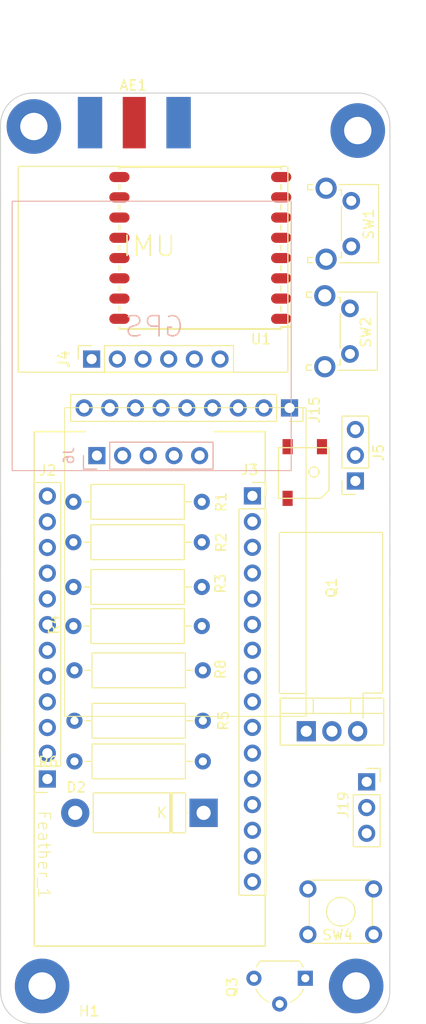
<source format=kicad_pcb>
(kicad_pcb (version 20211014) (generator pcbnew)
  (layers (0 "F.Cu" signal) (31 "B.Cu" signal) (34 "B.Paste" user) (35 "F.Paste" user) (36 "B.SilkS" user "B.Silkscreen") (37 "F.SilkS" user "F.Silkscreen") (38 "B.Mask" user) (39 "F.Mask" user) (44 "Edge.Cuts" user))
  (net 0 "")
  (net 1 "+3V3")
  (net 2 "GND")
  (net 3 "SDA")
  (net 4 "SCL")
  (net 5 "TX_D1")
  (net 6 "RX_D0")
  (net 7 "MISO")
  (net 8 "MOSI")
  (net 9 "SCK")
  (net 10 "A5")
  (net 11 "A4")
  (net 12 "A3")
  (net 13 "A2")
  (net 14 "A1")
  (net 15 "A0")
  (net 16 "AREF")
  (net 17 "~{RESET}")
  (net 18 "VBAT")
  (net 19 "VBUS")
  (net 20 "D13")
  (net 21 "D12")
  (net 22 "D11")
  (net 23 "D10")
  (net 24 "D9")
  (net 25 "EN")
  (net 26 "D5")
  (net 27 "D6")
  (net 28 "DW")
  (net 29 "POWER_1")
  (net 30 "Net-(J19-Pad2)")
  (net 31 "Net-(D2-Pad2)")
  (net 32 "Net-(Q3-Pad2)")
  (net 33 "VBAT_EXT")
  (net 35 "EMD")
  (net 36 "DISP")
  (net 37 "EIN")
  (footprint "MountingHole:MountingHole_2.7mm_M2.5_Pad" (layer "F.Cu") (at 44.6532 45.6946)
    (fp_text reference "H6" hide)
    (fp_text value "MountingHole_Pad")
    (pad "1" thru_hole circle locked (at 0 0) (size 5.4 5.4) (drill 2.7) (layers *.Cu *.Mask) (net 4 "SCL"))
  )
  (footprint "Button_Switch_THT:SW_TH_Tactile_Omron_B3F-10xx" (layer "F.Cu") (at 78.2574 125.476 180)
    (fp_text reference "SW4" (at 3.55 -0.044) (layer "F.SilkS"))
    (fp_text value "SW_Push_Dual")
    (fp_line (start 0.28 -0.87) (end 6.22 -0.87) (layer "F.SilkS") (width 0.12))
    (fp_line (start 0.13 3.59) (end 0.13 0.91) (layer "F.SilkS") (width 0.12))
    (fp_line (start 6.37 0.91) (end 6.37 3.59) (layer "F.SilkS") (width 0.12))
    (fp_line (start 0.28 5.37) (end 6.22 5.37) (layer "F.SilkS") (width 0.12))
    (fp_circle (center 3.25 2.25) (end 4.25 3.25) (layer "F.SilkS") (width 0.12) (fill none))
    (pad "1" thru_hole circle locked (at 0 0 180) (size 1.7 1.7) (drill 1) (layers *.Cu *.Mask) (net 17 "~{RESET}"))
    (pad "2" thru_hole circle locked (at 6.5 0 180) (size 1.7 1.7) (drill 1) (layers *.Cu *.Mask) (net 17 "~{RESET}"))
    (pad "3" thru_hole circle locked (at 0 4.5 180) (size 1.7 1.7) (drill 1) (layers *.Cu *.Mask) (net 2 "GND"))
    (pad "4" thru_hole circle locked (at 6.5 4.5 180) (size 1.7 1.7) (drill 1) (layers *.Cu *.Mask) (net 2 "GND"))
  )
  (footprint "Connector_PinSocket_2.54mm:PinSocket_1x12_P2.54mm_Vertical" (layer "F.Cu") (at 45.9846 110.119 180)
    (fp_text reference "J2" (at -0.027 30.463) (layer "F.SilkS"))
    (fp_text value "Conn_01x12_Female" hide)
    (fp_line (start 1.33 1.27) (end 1.33 29.27) (layer "F.SilkS") (width 0.12))
    (fp_line (start -1.33 29.27) (end 1.33 29.27) (layer "F.SilkS") (width 0.12))
    (fp_line (start 1.33 -1.33) (end 1.33 0) (layer "F.SilkS") (width 0.12))
    (fp_line (start 0 -1.33) (end 1.33 -1.33) (layer "F.SilkS") (width 0.12))
    (fp_line (start -1.33 1.27) (end 1.33 1.27) (layer "F.SilkS") (width 0.12))
    (fp_line (start -1.33 1.27) (end -1.33 29.27) (layer "F.SilkS") (width 0.12))
    (pad "1" thru_hole rect locked (at 0 0 180) (size 1.7 1.7) (drill 1) (layers *.Cu *.Mask) (net 18 "VBAT"))
    (pad "2" thru_hole oval locked (at 0 2.54 180) (size 1.7 1.7) (drill 1) (layers *.Cu *.Mask) (net 25 "EN"))
    (pad "3" thru_hole oval locked (at 0 5.08 180) (size 1.7 1.7) (drill 1) (layers *.Cu *.Mask) (net 19 "VBUS"))
    (pad "4" thru_hole oval locked (at 0 7.62 180) (size 1.7 1.7) (drill 1) (layers *.Cu *.Mask) (net 20 "D13"))
    (pad "5" thru_hole oval locked (at 0 10.16 180) (size 1.7 1.7) (drill 1) (layers *.Cu *.Mask) (net 21 "D12"))
    (pad "6" thru_hole oval locked (at 0 12.7 180) (size 1.7 1.7) (drill 1) (layers *.Cu *.Mask) (net 22 "D11"))
    (pad "7" thru_hole oval locked (at 0 15.24 180) (size 1.7 1.7) (drill 1) (layers *.Cu *.Mask) (net 23 "D10"))
    (pad "8" thru_hole oval locked (at 0 17.78 180) (size 1.7 1.7) (drill 1) (layers *.Cu *.Mask) (net 24 "D9"))
    (pad "9" thru_hole oval locked (at 0 20.32 180) (size 1.7 1.7) (drill 1) (layers *.Cu *.Mask) (net 27 "D6"))
    (pad "10" thru_hole oval locked (at 0 22.86 180) (size 1.7 1.7) (drill 1) (layers *.Cu *.Mask) (net 26 "D5"))
    (pad "11" thru_hole oval locked (at 0 25.4 180) (size 1.7 1.7) (drill 1) (layers *.Cu *.Mask) (net 4 "SCL"))
    (pad "12" thru_hole oval locked (at 0 27.94 180) (size 1.7 1.7) (drill 1) (layers *.Cu *.Mask) (net 3 "SDA"))
  )
  (footprint "Connector_PinSocket_2.54mm:PinSocket_1x16_P2.54mm_Vertical" (layer "F.Cu") (at 66.2686 82.169)
    (fp_text reference "J3" (at -0.287 -2.573) (layer "F.SilkS"))
    (fp_text value "Conn_01x16_Female" hide)
    (fp_line (start -1.33 39.43) (end 1.33 39.43) (layer "F.SilkS") (width 0.12))
    (fp_line (start -1.33 1.27) (end 1.33 1.27) (layer "F.SilkS") (width 0.12))
    (fp_line (start 1.33 1.27) (end 1.33 39.43) (layer "F.SilkS") (width 0.12))
    (fp_line (start 0 -1.33) (end 1.33 -1.33) (layer "F.SilkS") (width 0.12))
    (fp_line (start -1.33 1.27) (end -1.33 39.43) (layer "F.SilkS") (width 0.12))
    (fp_line (start 1.33 -1.33) (end 1.33 0) (layer "F.SilkS") (width 0.12))
    (pad "1" thru_hole rect locked (at 0 0) (size 1.7 1.7) (drill 1) (layers *.Cu *.Mask) (net 28 "DW"))
    (pad "2" thru_hole oval locked (at 0 2.54) (size 1.7 1.7) (drill 1) (layers *.Cu *.Mask) (net 5 "TX_D1"))
    (pad "3" thru_hole oval locked (at 0 5.08) (size 1.7 1.7) (drill 1) (layers *.Cu *.Mask) (net 6 "RX_D0"))
    (pad "4" thru_hole oval locked (at 0 7.62) (size 1.7 1.7) (drill 1) (layers *.Cu *.Mask) (net 7 "MISO"))
    (pad "5" thru_hole oval locked (at 0 10.16) (size 1.7 1.7) (drill 1) (layers *.Cu *.Mask) (net 8 "MOSI"))
    (pad "6" thru_hole oval locked (at 0 12.7) (size 1.7 1.7) (drill 1) (layers *.Cu *.Mask) (net 9 "SCK"))
    (pad "7" thru_hole oval locked (at 0 15.24) (size 1.7 1.7) (drill 1) (layers *.Cu *.Mask) (net 10 "A5"))
    (pad "8" thru_hole oval locked (at 0 17.78) (size 1.7 1.7) (drill 1) (layers *.Cu *.Mask) (net 11 "A4"))
    (pad "9" thru_hole oval locked (at 0 20.32) (size 1.7 1.7) (drill 1) (layers *.Cu *.Mask) (net 12 "A3"))
    (pad "10" thru_hole oval locked (at 0 22.86) (size 1.7 1.7) (drill 1) (layers *.Cu *.Mask) (net 13 "A2"))
    (pad "11" thru_hole oval locked (at 0 25.4) (size 1.7 1.7) (drill 1) (layers *.Cu *.Mask) (net 14 "A1"))
    (pad "12" thru_hole oval locked (at 0 27.94) (size 1.7 1.7) (drill 1) (layers *.Cu *.Mask) (net 15 "A0"))
    (pad "13" thru_hole oval locked (at 0 30.48) (size 1.7 1.7) (drill 1) (layers *.Cu *.Mask) (net 2 "GND"))
    (pad "14" thru_hole oval locked (at 0 33.02) (size 1.7 1.7) (drill 1) (layers *.Cu *.Mask) (net 16 "AREF"))
    (pad "15" thru_hole oval locked (at 0 35.56) (size 1.7 1.7) (drill 1) (layers *.Cu *.Mask) (net 1 "+3V3"))
    (pad "16" thru_hole oval locked (at 0 38.1) (size 1.7 1.7) (drill 1) (layers *.Cu *.Mask) (net 17 "~{RESET}"))
  )
  (footprint "MountingHole:MountingHole_2.7mm_M2.5_Pad" (layer "F.Cu") (at 76.5302 130.556)
    (fp_text reference "H2" hide)
    (fp_text value "MountingHole_Pad" hide)
    (pad "1" thru_hole circle locked (at 0 0) (size 5.4 5.4) (drill 2.7) (layers *.Cu *.Mask) (net 1 "+3V3"))
  )
  (footprint "Connector_PinSocket_2.54mm:PinSocket_1x03_P2.54mm_Vertical" (layer "F.Cu") (at 77.5712 110.4034)
    (fp_text reference "J19" (at -2.33 2.28 90) (layer "F.SilkS"))
    (fp_text value "Conn_01x03_Female")
    (fp_line (start -1.33 6.41) (end 1.33 6.41) (layer "F.SilkS") (width 0.12))
    (fp_line (start -1.33 1.27) (end 1.33 1.27) (layer "F.SilkS") (width 0.12))
    (fp_line (start 1.33 -1.33) (end 1.33 0) (layer "F.SilkS") (width 0.12))
    (fp_line (start -1.33 1.27) (end -1.33 6.41) (layer "F.SilkS") (width 0.12))
    (fp_line (start 1.33 1.27) (end 1.33 6.41) (layer "F.SilkS") (width 0.12))
    (fp_line (start 0 -1.33) (end 1.33 -1.33) (layer "F.SilkS") (width 0.12))
    (pad "1" thru_hole rect locked (at 0 0) (size 1.7 1.7) (drill 1) (layers *.Cu *.Mask))
    (pad "2" thru_hole oval locked (at 0 2.54) (size 1.7 1.7) (drill 1) (layers *.Cu *.Mask) (net 30 "Net-(J19-Pad2)"))
    (pad "3" thru_hole oval locked (at 0 5.08) (size 1.7 1.7) (drill 1) (layers *.Cu *.Mask) (net 12 "A3"))
  )
  (footprint "Button_Switch_THT:SW_Tactile_SPST_Angled_PTS645Vx58-2LFS" (layer "F.Cu") (at 76.0476 53.0352 -90)
    (fp_text reference "SW1" (at 2.3 -1.72 90) (layer "F.SilkS"))
    (fp_text value "SW_Push")
    (fp_line (start 6.11 -2.7) (end 6.11 1.2) (layer "F.SilkS") (width 0.12))
    (fp_line (start -1.09 3.8) (end -1.09 4.31) (layer "F.SilkS") (width 0.12))
    (fp_line (start 5.59 3.8) (end 5.59 4.31) (layer "F.SilkS") (width 0.12))
    (fp_line (start -1.61 -2.7) (end 6.11 -2.7) (layer "F.SilkS") (width 0.12))
    (fp_line (start 6.11 3.8) (end 6.11 4.31) (layer "F.SilkS") (width 0.12))
    (fp_line (start -1.61 4.31) (end -1.09 4.31) (layer "F.SilkS") (width 0.12))
    (fp_line (start -1.09 0.97) (end -0.55 0.97) (layer "F.SilkS") (width 0.12))
    (fp_line (start 5.05 0.97) (end 5.59 0.97) (layer "F.SilkS") (width 0.12))
    (fp_line (start 0.55 0.97) (end 3.95 0.97) (layer "F.SilkS") (width 0.12))
    (fp_line (start -1.61 3.8) (end -1.61 4.31) (layer "F.SilkS") (width 0.12))
    (fp_line (start 5.59 0.97) (end 5.59 1.2) (layer "F.SilkS") (width 0.12))
    (fp_line (start 5.59 4.31) (end 6.11 4.31) (layer "F.SilkS") (width 0.12))
    (fp_line (start -1.09 0.97) (end -1.09 1.2) (layer "F.SilkS") (width 0.12))
    (fp_line (start -1.61 -2.7) (end -1.61 1.2) (layer "F.SilkS") (width 0.12))
    (pad "" thru_hole circle locked (at -1.25 2.49 270) (size 2.1 2.1) (drill 1.3) (layers *.Cu *.Mask))
    (pad "" thru_hole circle locked (at 5.76 2.49 270) (size 2.1 2.1) (drill 1.3) (layers *.Cu *.Mask))
    (pad "1" thru_hole circle locked (at 0 0 270) (size 1.75 1.75) (drill 0.99) (layers *.Cu *.Mask) (net 11 "A4"))
    (pad "2" thru_hole circle locked (at 4.5 0 270) (size 1.75 1.75) (drill 0.99) (layers *.Cu *.Mask) (net 2 "GND"))
  )
  (footprint "Connector_PinSocket_2.54mm:PinSocket_1x03_P2.54mm_Vertical" (layer "F.Cu") (at 76.454 80.6958 180)
    (fp_text reference "J5" (at -2.286 2.794 90) (layer "F.SilkS"))
    (fp_text value "Conn_01x03_Female")
    (fp_line (start -1.33 1.27) (end 1.33 1.27) (layer "F.SilkS") (width 0.12))
    (fp_line (start 0 -1.33) (end 1.33 -1.33) (layer "F.SilkS") (width 0.12))
    (fp_line (start 1.33 1.27) (end 1.33 6.41) (layer "F.SilkS") (width 0.12))
    (fp_line (start 1.33 -1.33) (end 1.33 0) (layer "F.SilkS") (width 0.12))
    (fp_line (start -1.33 1.27) (end -1.33 6.41) (layer "F.SilkS") (width 0.12))
    (fp_line (start -1.33 6.41) (end 1.33 6.41) (layer "F.SilkS") (width 0.12))
    (pad "1" thru_hole rect locked (at 0 0 180) (size 1.7 1.7) (drill 1) (layers *.Cu *.Mask) (net 2 "GND"))
    (pad "2" thru_hole oval locked (at 0 2.54 180) (size 1.7 1.7) (drill 1) (layers *.Cu *.Mask) (net 18 "VBAT"))
    (pad "3" thru_hole oval locked (at 0 5.08 180) (size 1.7 1.7) (drill 1) (layers *.Cu *.Mask) (net 33 "VBAT_EXT"))
  )
  (footprint "Button_Switch_THT:SW_Tactile_SPST_Angled_PTS645Vx58-2LFS" (layer "F.Cu") (at 75.9206 63.6524 -90)
    (fp_text reference "SW2" (at 2.36 -1.57 90) (layer "F.SilkS"))
    (fp_text value "SW_Push")
    (fp_line (start -1.61 -2.7) (end 6.11 -2.7) (layer "F.SilkS") (width 0.12))
    (fp_line (start 5.05 0.97) (end 5.59 0.97) (layer "F.SilkS") (width 0.12))
    (fp_line (start -1.61 -2.7) (end -1.61 1.2) (layer "F.SilkS") (width 0.12))
    (fp_line (start 5.59 0.97) (end 5.59 1.2) (layer "F.SilkS") (width 0.12))
    (fp_line (start 6.11 3.8) (end 6.11 4.31) (layer "F.SilkS") (width 0.12))
    (fp_line (start -1.61 4.31) (end -1.09 4.31) (layer "F.SilkS") (width 0.12))
    (fp_line (start -1.61 3.8) (end -1.61 4.31) (layer "F.SilkS") (width 0.12))
    (fp_line (start -1.09 3.8) (end -1.09 4.31) (layer "F.SilkS") (width 0.12))
    (fp_line (start 5.59 4.31) (end 6.11 4.31) (layer "F.SilkS") (width 0.12))
    (fp_line (start -1.09 0.97) (end -1.09 1.2) (layer "F.SilkS") (width 0.12))
    (fp_line (start 0.55 0.97) (end 3.95 0.97) (layer "F.SilkS") (width 0.12))
    (fp_line (start 6.11 -2.7) (end 6.11 1.2) (layer "F.SilkS") (width 0.12))
    (fp_line (start -1.09 0.97) (end -0.55 0.97) (layer "F.SilkS") (width 0.12))
    (fp_line (start 5.59 3.8) (end 5.59 4.31) (layer "F.SilkS") (width 0.12))
    (pad "" thru_hole circle locked (at 5.76 2.49 270) (size 2.1 2.1) (drill 1.3) (layers *.Cu *.Mask))
    (pad "" thru_hole circle locked (at -1.25 2.49 270) (size 2.1 2.1) (drill 1.3) (layers *.Cu *.Mask))
    (pad "1" thru_hole circle locked (at 0 0 270) (size 1.75 1.75) (drill 0.99) (layers *.Cu *.Mask) (net 10 "A5"))
    (pad "2" thru_hole circle locked (at 4.5 0 270) (size 1.75 1.75) (drill 0.99) (layers *.Cu *.Mask) (net 2 "GND"))
  )
  (footprint "Resistor_THT:R_Axial_DIN0309_L9.0mm_D3.2mm_P12.70mm_Horizontal" (layer "F.Cu") (at 61.3664 104.3686 180)
    (fp_text reference "R5" (at -2.032 0 90) (layer "F.SilkS"))
    (fp_text value "R")
    (fp_line (start 10.97 -1.72) (end 1.73 -1.72) (layer "F.SilkS") (width 0.12))
    (fp_line (start 1.73 -1.72) (end 1.73 1.72) (layer "F.SilkS") (width 0.12))
    (fp_line (start 1.04 0) (end 1.73 0) (layer "F.SilkS") (width 0.12))
    (fp_line (start 11.66 0) (end 10.97 0) (layer "F.SilkS") (width 0.12))
    (fp_line (start 1.73 1.72) (end 10.97 1.72) (layer "F.SilkS") (width 0.12))
    (fp_line (start 10.97 1.72) (end 10.97 -1.72) (layer "F.SilkS") (width 0.12))
    (pad "1" thru_hole circle locked (at 0 0 180) (size 1.6 1.6) (drill 0.8) (layers *.Cu *.Mask) (net 30 "Net-(J19-Pad2)"))
    (pad "2" thru_hole oval locked (at 12.7 0 180) (size 1.6 1.6) (drill 0.8) (layers *.Cu *.Mask) (net 2 "GND"))
  )
  (footprint "Package_TO_SOT_THT:TO-220-3_Vertical" (layer "F.Cu") (at 71.596 105.4046)
    (fp_text reference "Q1" (at 2.5 -14.16 90) (layer "F.SilkS"))
    (fp_text value "Q_NMOS_GDS")
    (fp_line (start -2.58 -3.27) (end 7.66 -3.27) (layer "F.SilkS") (width 0.12))
    (fp_line (start 4.391 -3.27) (end 4.391 -1.76) (layer "F.SilkS") (width 0.12))
    (fp_line (start -2.58 1.371) (end 7.66 1.371) (layer "F.SilkS") (width 0.12))
    (fp_line (start -2.58 -3.27) (end -2.58 1.371) (layer "F.SilkS") (width 0.12))
    (fp_line (start 0.69 -3.27) (end 0.69 -1.76) (layer "F.SilkS") (width 0.12))
    (fp_line (start -2.58 -1.76) (end 7.66 -1.76) (layer "F.SilkS") (width 0.12))
    (fp_line (start 7.66 -3.27) (end 7.66 1.371) (layer "F.SilkS") (width 0.12))
    (pad "1" thru_hole rect locked (at 0 0) (size 1.905 2) (drill 1.1) (layers *.Cu *.Mask) (net 24 "D9"))
    (pad "2" thru_hole oval locked (at 2.54 0) (size 1.905 2) (drill 1.1) (layers *.Cu *.Mask) (net 29 "POWER_1"))
    (pad "3" thru_hole oval locked (at 5.08 0) (size 1.905 2) (drill 1.1) (layers *.Cu *.Mask) (net 2 "GND"))
  )
  (footprint "MountingHole:MountingHole_2.7mm_M2.5_Pad" (layer "F.Cu") (at 76.5302 46.0756)
    (fp_text reference "H5" hide)
    (fp_text value "MountingHole_Pad")
    (pad "1" thru_hole circle locked (at 0.16 0.02) (size 5.4 5.4) (drill 2.7) (layers *.Cu *.Mask) (net 3 "SDA"))
  )
  (footprint "Resistor_THT:R_Axial_DIN0309_L9.0mm_D3.2mm_P12.70mm_Horizontal" (layer "F.Cu") (at 61.2648 82.7532 180)
    (fp_text reference "R1" (at -1.92 -0.03 90) (layer "F.SilkS"))
    (fp_text value "4.7K")
    (fp_line (start 1.04 0) (end 1.73 0) (layer "F.SilkS") (width 0.12))
    (fp_line (start 11.66 0) (end 10.97 0) (layer "F.SilkS") (width 0.12))
    (fp_line (start 10.97 -1.72) (end 1.73 -1.72) (layer "F.SilkS") (width 0.12))
    (fp_line (start 1.73 -1.72) (end 1.73 1.72) (layer "F.SilkS") (width 0.12))
    (fp_line (start 10.97 1.72) (end 10.97 -1.72) (layer "F.SilkS") (width 0.12))
    (fp_line (start 1.73 1.72) (end 10.97 1.72) (layer "F.SilkS") (width 0.12))
    (pad "1" thru_hole circle locked (at 0 0 180) (size 1.6 1.6) (drill 0.8) (layers *.Cu *.Mask) (net 1 "+3V3"))
    (pad "2" thru_hole oval locked (at 12.7 0 180) (size 1.6 1.6) (drill 0.8) (layers *.Cu *.Mask) (net 3 "SDA"))
  )
  (footprint "Resistor_THT:R_Axial_DIN0309_L9.0mm_D3.2mm_P12.70mm_Horizontal" (layer "F.Cu") (at 61.2648 86.741 180)
    (fp_text reference "R2" (at -1.92 -0.03 90) (layer "F.SilkS"))
    (fp_text value "4.7K")
    (fp_line (start 1.73 1.72) (end 10.97 1.72) (layer "F.SilkS") (width 0.12))
    (fp_line (start 11.66 0) (end 10.97 0) (layer "F.SilkS") (width 0.12))
    (fp_line (start 10.97 -1.72) (end 1.73 -1.72) (layer "F.SilkS") (width 0.12))
    (fp_line (start 10.97 1.72) (end 10.97 -1.72) (layer "F.SilkS") (width 0.12))
    (fp_line (start 1.73 -1.72) (end 1.73 1.72) (layer "F.SilkS") (width 0.12))
    (fp_line (start 1.04 0) (end 1.73 0) (layer "F.SilkS") (width 0.12))
    (pad "1" thru_hole circle locked (at 0 0 180) (size 1.6 1.6) (drill 0.8) (layers *.Cu *.Mask) (net 1 "+3V3"))
    (pad "2" thru_hole oval locked (at 12.7 0 180) (size 1.6 1.6) (drill 0.8) (layers *.Cu *.Mask) (net 4 "SCL"))
  )
  (footprint "Resistor_THT:R_Axial_DIN0309_L9.0mm_D3.2mm_P12.70mm_Horizontal" (layer "F.Cu") (at 48.5648 91.1606)
    (fp_text reference "R3" (at 14.5542 -0.3302 90) (layer "F.SilkS"))
    (fp_text value "4.7K")
    (fp_line (start 10.97 1.72) (end 10.97 -1.72) (layer "F.SilkS") (width 0.12))
    (fp_line (start 1.73 1.72) (end 10.97 1.72) (layer "F.SilkS") (width 0.12))
    (fp_line (start 11.66 0) (end 10.97 0) (layer "F.SilkS") (width 0.12))
    (fp_line (start 10.97 -1.72) (end 1.73 -1.72) (layer "F.SilkS") (width 0.12))
    (fp_line (start 1.04 0) (end 1.73 0) (layer "F.SilkS") (width 0.12))
    (fp_line (start 1.73 -1.72) (end 1.73 1.72) (layer "F.SilkS") (width 0.12))
    (pad "1" thru_hole circle locked (at 0 0) (size 1.6 1.6) (drill 0.8) (layers *.Cu *.Mask) (net 1 "+3V3"))
    (pad "2" thru_hole oval locked (at 12.7 0) (size 1.6 1.6) (drill 0.8) (layers *.Cu *.Mask) (net 10 "A5"))
  )
  (footprint "Resistor_THT:R_Axial_DIN0309_L9.0mm_D3.2mm_P12.70mm_Horizontal" (layer "F.Cu") (at 48.5648 95.0214)
    (fp_text reference "R4" (at -1.92 -0.13 90) (layer "F.SilkS"))
    (fp_text value "4.7K")
    (fp_line (start 1.04 0) (end 1.73 0) (layer "F.SilkS") (width 0.12))
    (fp_line (start 10.97 1.72) (end 10.97 -1.72) (layer "F.SilkS") (width 0.12))
    (fp_line (start 10.97 -1.72) (end 1.73 -1.72) (layer "F.SilkS") (width 0.12))
    (fp_line (start 1.73 -1.72) (end 1.73 1.72) (layer "F.SilkS") (width 0.12))
    (fp_line (start 1.73 1.72) (end 10.97 1.72) (layer "F.SilkS") (width 0.12))
    (fp_line (start 11.66 0) (end 10.97 0) (layer "F.SilkS") (width 0.12))
    (pad "1" thru_hole circle locked (at 0 0) (size 1.6 1.6) (drill 0.8) (layers *.Cu *.Mask) (net 1 "+3V3"))
    (pad "2" thru_hole oval locked (at 12.7 0) (size 1.6 1.6) (drill 0.8) (layers *.Cu *.Mask) (net 11 "A4"))
  )
  (footprint "Resistor_THT:R_Axial_DIN0309_L9.0mm_D3.2mm_P12.70mm_Horizontal" (layer "F.Cu") (at 48.6664 108.3818)
    (fp_text reference "R6" (at -2.58 0.05) (layer "F.SilkS"))
    (fp_text value "10K")
    (fp_line (start 1.04 0) (end 1.73 0) (layer "F.SilkS") (width 0.12))
    (fp_line (start 10.97 1.72) (end 10.97 -1.72) (layer "F.SilkS") (width 0.12))
    (fp_line (start 1.73 1.72) (end 10.97 1.72) (layer "F.SilkS") (width 0.12))
    (fp_line (start 1.73 -1.72) (end 1.73 1.72) (layer "F.SilkS") (width 0.12))
    (fp_line (start 10.97 -1.72) (end 1.73 -1.72) (layer "F.SilkS") (width 0.12))
    (fp_line (start 11.66 0) (end 10.97 0) (layer "F.SilkS") (width 0.12))
    (pad "1" thru_hole circle locked (at 0 0) (size 1.6 1.6) (drill 0.8) (layers *.Cu *.Mask) (net 24 "D9"))
    (pad "2" thru_hole oval locked (at 12.7 0) (size 1.6 1.6) (drill 0.8) (layers *.Cu *.Mask) (net 2 "GND"))
  )
  (footprint "Connector_PinSocket_2.54mm:PinSocket_1x09_P2.54mm_Vertical" (layer "F.Cu") (at 69.9402 73.4818 -90)
    (fp_text reference "J15" (at 0.195 -2.465 90) (layer "F.SilkS"))
    (fp_text value "Conn_01x09_Female" hide)
    (fp_line (start 1.33 -1.33) (end 1.33 0) (layer "F.SilkS") (width 0.12))
    (fp_line (start -1.33 21.65) (end 1.33 21.65) (layer "F.SilkS") (width 0.12))
    (fp_line (start -1.33 1.27) (end -1.33 21.65) (layer "F.SilkS") (width 0.12))
    (fp_line (start -1.33 1.27) (end 1.33 1.27) (layer "F.SilkS") (width 0.12))
    (fp_line (start 0 -1.33) (end 1.33 -1.33) (layer "F.SilkS") (width 0.12))
    (fp_line (start 1.33 1.27) (end 1.33 21.65) (layer "F.SilkS") (width 0.12))
    (pad "1" thru_hole rect locked (at 0 0 270) (size 1.7 1.7) (drill 1) (layers *.Cu *.Mask) (net 1 "+3V3"))
    (pad "2" thru_hole oval locked (at 0 2.54 270) (size 1.7 1.7) (drill 1) (layers *.Cu *.Mask))
    (pad "3" thru_hole oval locked (at 0 5.08 270) (size 1.7 1.7) (drill 1) (layers *.Cu *.Mask) (net 2 "GND"))
    (pad "4" thru_hole oval locked (at 0 7.62 270) (size 1.7 1.7) (drill 1) (layers *.Cu *.Mask) (net 9 "SCK"))
    (pad "5" thru_hole oval locked (at 0 10.16 270) (size 1.7 1.7) (drill 1) (layers *.Cu *.Mask) (net 8 "MOSI"))
    (pad "6" thru_hole oval locked (at 0 12.7 270) (size 1.7 1.7) (drill 1) (layers *.Cu *.Mask) (net 26 "D5"))
    (pad "7" thru_hole oval locked (at 0 15.24 270) (size 1.7 1.7) (drill 1) (layers *.Cu *.Mask) (net 35 "EMD"))
    (pad "8" thru_hole oval locked (at 0 17.78 270) (size 1.7 1.7) (drill 1) (layers *.Cu *.Mask) (net 36 "DISP"))
    (pad "9" thru_hole oval locked (at 0 20.32 270) (size 1.7 1.7) (drill 1) (layers *.Cu *.Mask) (net 37 "EIN"))
  )
  (footprint "Package_TO_SOT_THT:TO-92L_Wide" (layer "F.Cu") (at 71.501 129.794 180)
    (fp_text reference "Q3" (at 7.25 -0.89 90) (layer "F.SilkS"))
    (fp_text value "Q_NPN_EBC")
    (fp_line (start 0.6 1.7) (end 4.45 1.7) (layer "F.SilkS") (width 0.12))
    (fp_arc (start 0.192226 -1.094786) (mid 0.710119 -1.833613) (end 1.45 -2.35) (layer "F.SilkS") (width 0.12))
    (fp_arc (start 3.6 -2.35) (mid 4.351408 -1.834367) (end 4.876463 -1.089513) (layer "F.SilkS") (width 0.12))
    (fp_arc (start 0.6 1.7) (mid 0.389183 1.423933) (end 0.217369 1.122045) (layer "F.SilkS") (width 0.12))
    (fp_arc (start 4.842383 1.112264) (mid 4.666594 1.419753) (end 4.45 1.7) (layer "F.SilkS") (width 0.12))
    (pad "1" thru_hole rect locked (at 0 0 270) (size 1.5 1.5) (drill 0.8) (layers *.Cu *.Mask) (net 2 "GND"))
    (pad "2" thru_hole circle locked (at 2.54 -2.54 270) (size 1.5 1.5) (drill 0.8) (layers *.Cu *.Mask) (net 32 "Net-(Q3-Pad2)"))
    (pad "3" thru_hole circle locked (at 5.08 0 270) (size 1.5 1.5) (drill 0.8) (layers *.Cu *.Mask) (net 31 "Net-(D2-Pad2)"))
  )
  (footprint "Resistor_THT:R_Axial_DIN0309_L9.0mm_D3.2mm_P12.70mm_Horizontal" (layer "F.Cu") (at 48.6664 99.3902)
    (fp_text reference "R8" (at 14.4526 -0.1016 90) (layer "F.SilkS"))
    (fp_text value "R")
    (fp_line (start 11.66 0) (end 10.97 0) (layer "F.SilkS") (width 0.12))
    (fp_line (start 1.04 0) (end 1.73 0) (layer "F.SilkS") (width 0.12))
    (fp_line (start 10.97 -1.72) (end 1.73 -1.72) (layer "F.SilkS") (width 0.12))
    (fp_line (start 1.73 -1.72) (end 1.73 1.72) (layer "F.SilkS") (width 0.12))
    (fp_line (start 1.73 1.72) (end 10.97 1.72) (layer "F.SilkS") (width 0.12))
    (fp_line (start 10.97 1.72) (end 10.97 -1.72) (layer "F.SilkS") (width 0.12))
    (pad "1" thru_hole circle locked (at 0 0) (size 1.6 1.6) (drill 0.8) (layers *.Cu *.Mask) (net 32 "Net-(Q3-Pad2)"))
    (pad "2" thru_hole oval locked (at 12.7 0) (size 1.6 1.6) (drill 0.8) (layers *.Cu *.Mask) (net 15 "A0"))
  )
  (footprint "Diode_THT:D_5W_P12.70mm_Horizontal" (layer "F.Cu") (at 61.4426 113.4618 180)
    (fp_text reference "D2" (at 12.61 2.52) (layer "F.SilkS"))
    (fp_text value "DIODE")
    (fp_text user "K" (at 4.13 0) (layer "F.SilkS"))
    (fp_line (start 1.78 1.97) (end 10.92 1.97) (layer "F.SilkS") (width 0.12))
    (fp_line (start 1.78 -1.97) (end 1.78 1.97) (layer "F.SilkS") (width 0.12))
    (fp_line (start 3.115 -1.97) (end 3.115 1.97) (layer "F.SilkS") (width 0.12))
    (fp_line (start 11.06 0) (end 10.92 0) (layer "F.SilkS") (width 0.12))
    (fp_line (start 10.92 -1.97) (end 1.78 -1.97) (layer "F.SilkS") (width 0.12))
    (fp_line (start 10.92 1.97) (end 10.92 -1.97) (layer "F.SilkS") (width 0.12))
    (fp_line (start 3.355 -1.97) (end 3.355 1.97) (layer "F.SilkS") (width 0.12))
    (fp_line (start 3.235 -1.97) (end 3.235 1.97) (layer "F.SilkS") (width 0.12))
    (fp_line (start 1.64 0) (end 1.78 0) (layer "F.SilkS") (width 0.12))
    (pad "1" thru_hole rect locked (at 0 0 180) (size 2.8 2.8) (drill 1.4) (layers *.Cu *.Mask) (net 1 "+3V3"))
    (pad "2" thru_hole oval locked (at 12.7 0 180) (size 2.8 2.8) (drill 1.4) (layers *.Cu *.Mask) (net 31 "Net-(D2-Pad2)"))
  )
  (footprint "Adafruit Circuit Playground:BUZZER_SMT_5MM" (layer "F.Cu") (at 71.3486 79.9076 -90)
    (fp_text reference "SP1" hide)
    (fp_text value "SPEAKER_BUZZER5MM" hide)
    (fp_line (start 1.7 -2.5) (end 2.5 -1.7) (layer "F.SilkS") (width 0.127))
    (fp_line (start -2.5 2.5) (end -2.5 -2.5) (layer "F.SilkS") (width 0.127))
    (fp_line (start 2.5 2.5) (end -2.5 2.5) (layer "F.SilkS") (width 0.127))
    (fp_line (start 2.5 -1.7) (end 2.5 2.5) (layer "F.SilkS") (width 0.127))
    (fp_line (start -2.5 -2.5) (end 1.7 -2.5) (layer "F.SilkS") (width 0.127))
    (fp_circle (center -0.1 -1) (end 0.4 -1) (layer "F.SilkS") (width 0.127) (fill none))
    (pad "+" smd rect locked (at -2.6 1.6) (size 1 1.5) (layers "F.Cu" "F.Paste" "F.Mask") (net 31 "Net-(D2-Pad2)"))
    (pad "-" smd rect locked (at 2.5 1.6) (size 1 1.5) (layers "F.Cu" "F.Paste" "F.Mask") (net 1 "+3V3"))
    (pad "MT" smd rect locked (at -2.6 -1.8) (size 1 1.5) (layers "F.Cu" "F.Paste" "F.Mask"))
  )
  (footprint "footprints:RFM95" (layer "F.Cu") (at 69.1132 64.6834 180)
    (fp_text reference "U1" (at 2 -2) (layer "F.SilkS"))
    (fp_text value "RFM95HW")
    (fp_line (start 16 4.8) (end 16 5.2) (layer "F.SilkS") (width 0.2))
    (fp_line (start 0 6.8) (end 0 7.2) (layer "F.SilkS") (width 0.2))
    (fp_line (start 0 8.8) (end 0 9.2) (layer "F.SilkS") (width 0.2))
    (fp_line (start 16 8.8) (end 16 9.2) (layer "F.SilkS") (width 0.2))
    (fp_line (start 16 2.8) (end 16 3.2) (layer "F.SilkS") (width 0.2))
    (fp_line (start 16 14.8) (end 16 15) (layer "F.SilkS") (width 0.2))
    (fp_line (start 0 12.8) (end 0 13.2) (layer "F.SilkS") (width 0.2))
    (fp_line (start 0 -0.8) (end 0 -1) (layer "F.SilkS") (width 0.2))
    (fp_line (start 16 0.8) (end 16 1.2) (layer "F.SilkS") (width 0.2))
    (fp_line (start 0 4.8) (end 0 5.2) (layer "F.SilkS") (width 0.2))
    (fp_line (start 16 15) (end 0 15) (layer "F.SilkS") (width 0.2))
    (fp_line (start 0 15) (end 0 14.8) (layer "F.SilkS") (width 0.2))
    (fp_line (start 0 1.2) (end 0 0.8) (layer "F.SilkS") (width 0.2))
    (fp_line (start 0 10.8) (end 0 11.2) (layer "F.SilkS") (width 0.2))
    (fp_line (start 16 12.8) (end 16 13.2) (layer "F.SilkS") (width 0.2))
    (fp_line (start 16 10.8) (end 16 11.2) (layer "F.SilkS") (width 0.2))
    (fp_line (start 16 -1) (end 16 -0.8) (layer "F.SilkS") (width 0.2))
    (fp_line (start 16 6.8) (end 16 7.2) (layer "F.SilkS") (width 0.2))
    (fp_line (start 0 3.2) (end 0 2.8) (layer "F.SilkS") (width 0.2))
    (fp_line (start 0 -1) (end 16 -1) (layer "F.SilkS") (width 0.2))
    (fp_line (start -1 -0.8) (end 0 -0.8) (layer "F.SilkS") (width 0.2))
    (pad "1" smd oval locked (at 0 0 180) (size 2 1) (layers "F.Cu" "F.Paste" "F.Mask"))
    (pad "2" smd oval locked (at 0 2 180) (size 2 1) (layers "F.Cu" "F.Paste" "F.Mask"))
    (pad "3" smd oval locked (at 0 4 180) (size 2 1) (layers "F.Cu" "F.Paste" "F.Mask"))
    (pad "4" smd oval locked (at 0 6 180) (size 2 1) (layers "F.Cu" "F.Paste" "F.Mask"))
    (pad "5" smd oval locked (at 0 8 180) (size 2 1) (layers "F.Cu" "F.Paste" "F.Mask"))
    (pad "6" smd oval locked (at 0 10 180) (size 2 1) (layers "F.Cu" "F.Paste" "F.Mask"))
    (pad "7" smd oval locked (at 0 12 180) (size 2 1) (layers "F.Cu" "F.Paste" "F.Mask"))
    (pad "8" smd oval locked (at 0 14 180) (size 2 1) (layers "F.Cu" "F.Paste" "F.Mask"))
    (pad "9" smd oval locked (at 16 14 180) (size 2 1) (layers "F.Cu" "F.Paste" "F.Mask"))
    (pad "10" smd oval locked (at 16 12 180) (size 2 1) (layers "F.Cu" "F.Paste" "F.Mask"))
    (pad "11" smd oval locked (at 16 10 180) (size 2 1) (layers "F.Cu" "F.Paste" "F.Mask"))
    (pad "12" smd oval locked (at 16 8 180) (size 2 1) (layers "F.Cu" "F.Paste" "F.Mask"))
    (pad "13" smd oval locked (at 16 6 180) (size 2 1) (layers "F.Cu" "F.Paste" "F.Mask"))
    (pad "14" smd oval locked (at 16 4 180) (size 2 1) (layers "F.Cu" "F.Paste" "F.Mask"))
    (pad "15" smd oval locked (at 16 2 180) (size 2 1) (layers "F.Cu" "F.Paste" "F.Mask"))
    (pad "16" smd oval locked (at 16 0 180) (size 2 1) (layers "F.Cu" "F.Paste" "F.Mask"))
  )
  (footprint "Connector_PinSocket_2.54mm:PinSocket_1x06_P2.54mm_Vertical" (layer "F.Cu") (at 50.3678 68.6566 90)
    (fp_text reference "J4" (at 0 -2.77 90) (layer "F.SilkS"))
    (fp_text value "Conn_01x06_Female")
    (fp_text user "${REFERENCE}" (at -0.025 -2.692 90) (layer "F.SilkS"))
    (fp_line (start -1.33 14.03) (end 1.33 14.03) (layer "F.SilkS") (width 0.12))
    (fp_line (start -1.33 1.27) (end -1.33 14.03) (layer "F.SilkS") (width 0.12))
    (fp_line (start -1.33 1.27) (end 1.33 1.27) (layer "F.SilkS") (width 0.12))
    (fp_line (start 1.33 -1.33) (end 1.33 0) (layer "F.SilkS") (width 0.12))
    (fp_line (start 0 -1.33) (end 1.33 -1.33) (layer "F.SilkS") (width 0.12))
    (fp_line (start 1.33 1.27) (end 1.33 14.03) (layer "F.SilkS") (width 0.12))
    (pad "1" thru_hole rect locked (at 0 0 90) (size 1.7 1.7) (drill 1) (layers *.Cu *.Mask) (net 1 "+3V3"))
    (pad "2" thru_hole oval locked (at 0 2.54 90) (size 1.7 1.7) (drill 1) (layers *.Cu *.Mask))
    (pad "3" thru_hole oval locked (at 0 5.08 90) (size 1.7 1.7) (drill 1) (layers *.Cu *.Mask) (net 2 "GND"))
    (pad "4" thru_hole oval locked (at 0 7.62 90) (size 1.7 1.7) (drill 1) (layers *.Cu *.Mask) (net 4 "SCL"))
    (pad "5" thru_hole oval locked (at 0 10.16 90) (size 1.7 1.7) (drill 1) (layers *.Cu *.Mask) (net 3 "SDA"))
    (pad "6" thru_hole oval locked (at 0 12.7 90) (size 1.7 1.7) (drill 1) (layers *.Cu *.Mask))
  )
  (footprint "digikey-footprints:RF_SMA_BoardEdge_142-0701-801" (layer "F.Cu") (at 54.5846 42.7736)
    (fp_text reference "AE1" (at -0.1016 -1.143 180) (layer "F.SilkS"))
    (fp_text value "Antenna_Shield")
    (pad "1" smd rect locked (at 0 2.54) (size 2.286 5.08) (layers "F.Cu" "F.Paste" "F.Mask"))
    (pad "2" smd rect locked (at -4.3815 2.54) (size 2.413 5.08) (layers "F.Cu" "F.Paste" "F.Mask"))
    (pad "2" smd rect locked (at 4.3815 2.54) (size 2.413 5.08) (layers "F.Cu" "F.Paste" "F.Mask"))
    (pad "2" smd rect locked (at -4.3815 2.54) (size 2.413 5.08) (layers "B.Cu" "B.Paste" "B.Mask"))
    (pad "2" smd rect locked (at 4.3815 2.54) (size 2.413 5.08) (layers "B.Cu" "B.Paste" "B.Mask"))
  )
  (footprint "MountingHole:MountingHole_2.7mm_M2.5_Pad" (layer "F.Cu") (at 45.466 130.556)
    (fp_text reference "H1" (at 4.6482 2.4892) (layer "F.SilkS"))
    (fp_text value "MountingHole_Pad" hide)
    (pad "1" thru_hole circle locked (at 0 0) (size 5.4 5.4) (drill 2.7) (layers *.Cu *.Mask))
  )
  (footprint "Connector_PinSocket_2.54mm:PinSocket_1x05_P2.54mm_Vertical" (layer "B.Cu") (at 50.886 78.1912 -90)
    (fp_text reference "J6" (at 0 2.77 90) (layer "B.SilkS") (effects (justify mirror)))
    (fp_text value "Conn_01x05_Female" hide)
    (fp_line (start -1.33 -1.27) (end 1.33 -1.27) (layer "B.SilkS") (width 0.12))
    (fp_line (start -1.33 -11.49) (end 1.33 -11.49) (layer "B.SilkS") (width 0.12))
    (fp_line (start 1.33 1.33) (end 1.33 0) (layer "B.SilkS") (width 0.12))
    (fp_line (start 1.33 -1.27) (end 1.33 -11.49) (layer "B.SilkS") (width 0.12))
    (fp_line (start 0 1.33) (end 1.33 1.33) (layer "B.SilkS") (width 0.12))
    (fp_line (start -1.33 -1.27) (end -1.33 -11.49) (layer "B.SilkS") (width 0.12))
    (pad "1" thru_hole rect locked (at 0 0 270) (size 1.7 1.7) (drill 1) (layers *.Cu *.Mask))
    (pad "2" thru_hole oval locked (at 0 -2.54 270) (size 1.7 1.7) (drill 1) (layers *.Cu *.Mask) (net 6 "RX_D0"))
    (pad "3" thru_hole oval locked (at 0 -5.08 270) (size 1.7 1.7) (drill 1) (layers *.Cu *.Mask) (net 5 "TX_D1"))
    (pad "4" thru_hole oval locked (at 0 -7.62 270) (size 1.7 1.7) (drill 1) (layers *.Cu *.Mask) (net 29 "POWER_1"))
    (pad "5" thru_hole oval locked (at 0 -10.16 270) (size 1.7 1.7) (drill 1) (layers *.Cu *.Mask) (net 1 "+3V3"))
  )
  (gr_rect (start 42.504 53.0702) (end 70.104 79.6702) (layer "B.SilkS") (width 0.1) (fill none))
  (gr_line (start 44.6786 126.619) (end 44.6786 75.824) (layer "F.SilkS") (width 0.15))
  (gr_line (start 44.6786 126.619) (end 67.5386 126.619) (layer "F.SilkS") (width 0.15))
  (gr_line (start 67.5386 126.619) (end 67.5386 75.819) (layer "F.SilkS") (width 0.15))
  (gr_line (start 44.6716 75.819) (end 49.7216 75.819) (layer "F.SilkS") (width 0.15))
  (gr_line (start 62.4886 75.819) (end 67.5386 75.819) (layer "F.SilkS") (width 0.15))
  (gr_line (start 69.036 85.7746) (end 79.156 85.7746) (layer "F.SilkS") (width 0.12))
  (gr_line (start 79.156 101.6346) (end 77.216 101.6346) (layer "F.SilkS") (width 0.12))
  (gr_line (start 71.5497 101.6814) (end 68.9697 101.6814) (layer "F.SilkS") (width 0.12))
  (gr_line (start 79.156 85.7746) (end 79.156 101.6346) (layer "F.SilkS") (width 0.12))
  (gr_rect (start 47.7012 73.4568) (end 71.5772 103.9368) (layer "F.SilkS") (width 0.1) (fill none))
  (gr_line (start 68.9335 101.7068) (end 68.9335 85.8768) (layer "F.SilkS") (width 0.12))
  (gr_rect (start 43.1038 69.9516) (end 69.7738 49.6316) (layer "F.SilkS") (width 0.12) (fill none))
  (gr_line (start 77.216 101.6346) (end 77.216 104.1146) (layer "F.SilkS") (width 0.12))
  (gr_line (start 44.536064 134.279936) (end 76.6826 134.2898) (layer "Edge.Cuts") (width 0.1))
  (gr_arc (start 76.698136 42.3926) (mid 78.9432 43.322536) (end 79.873136 45.5676) (layer "Edge.Cuts") (width 0.1))
  (gr_arc (start 41.3512 45.5676) (mid 42.281136 43.322536) (end 44.5262 42.3926) (layer "Edge.Cuts") (width 0.1))
  (gr_arc (start 44.536064 134.279936) (mid 42.291 133.35) (end 41.361064 131.104936) (layer "Edge.Cuts") (width 0.1))
  (gr_line (start 79.873136 45.5676) (end 79.8576 131.1148) (layer "Edge.Cuts") (width 0.1))
  (gr_line (start 41.361064 131.104936) (end 41.3512 45.5676) (layer "Edge.Cuts") (width 0.1))
  (gr_line (start 76.698136 42.3926) (end 44.5262 42.3926) (layer "Edge.Cuts") (width 0.1))
  (gr_arc (start 79.8576 131.1148) (mid 78.927664 133.359864) (end 76.6826 134.2898) (layer "Edge.Cuts") (width 0.1))
  (gr_text "GPS" (at 56.558 65.4462) (layer "B.SilkS") (effects (font (size 2 2)) (justify mirror)))
  (gr_text "Feather_1" (at 45.6716 117.586 270) (layer "F.SilkS") (effects (font (size 1.2 1.2) (thickness 0.1))))
  (gr_text "IMU" (at 56.0578 57.5056) (layer "F.SilkS") (effects (font (size 2 2))))
)
</source>
